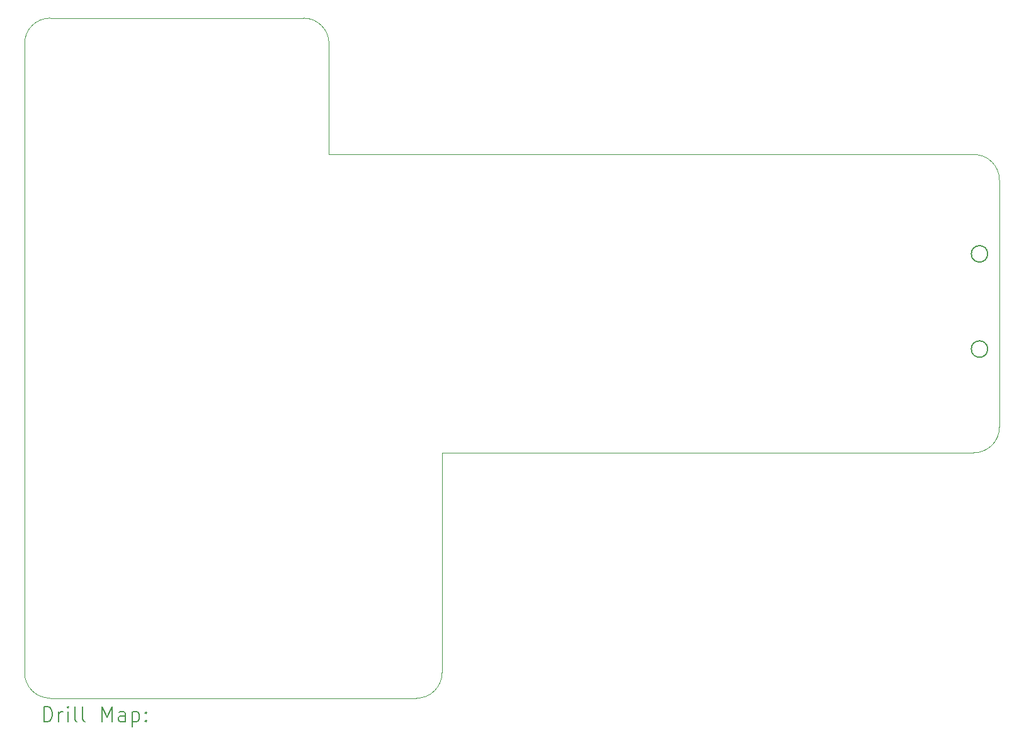
<source format=gbr>
%TF.GenerationSoftware,KiCad,Pcbnew,9.0.3*%
%TF.CreationDate,2025-12-08T23:35:01+00:00*%
%TF.ProjectId,V9958AdapterTC01,56393935-3841-4646-9170-746572544330,rev?*%
%TF.SameCoordinates,Original*%
%TF.FileFunction,Drillmap*%
%TF.FilePolarity,Positive*%
%FSLAX45Y45*%
G04 Gerber Fmt 4.5, Leading zero omitted, Abs format (unit mm)*
G04 Created by KiCad (PCBNEW 9.0.3) date 2025-12-08 23:35:01*
%MOMM*%
%LPD*%
G01*
G04 APERTURE LIST*
%ADD10C,0.050000*%
%ADD11C,0.200000*%
G04 APERTURE END LIST*
D10*
X15872000Y-8053000D02*
X15872000Y-4729000D01*
X3109000Y-11695027D02*
X8036000Y-11696000D01*
X6516000Y-2552538D02*
X3109502Y-2552021D01*
X8379000Y-11353000D02*
X8379000Y-8396000D01*
X2766538Y-2895000D02*
X2766000Y-11352000D01*
X6516000Y-2552538D02*
G75*
G02*
X6859002Y-2895538I0J-343002D01*
G01*
X6859000Y-4386000D02*
X6859000Y-2895538D01*
X8379000Y-8396000D02*
X15529000Y-8396000D01*
X8379000Y-11353000D02*
G75*
G02*
X8036000Y-11696000I-343000J0D01*
G01*
D11*
X15714000Y-7002000D02*
G75*
G02*
X15494000Y-7002000I-110000J0D01*
G01*
X15494000Y-7002000D02*
G75*
G02*
X15714000Y-7002000I110000J0D01*
G01*
D10*
X2766502Y-2895000D02*
G75*
G02*
X3109502Y-2552002I342998J0D01*
G01*
D11*
X15714000Y-5722000D02*
G75*
G02*
X15494000Y-5722000I-110000J0D01*
G01*
X15494000Y-5722000D02*
G75*
G02*
X15714000Y-5722000I110000J0D01*
G01*
D10*
X15872000Y-8053000D02*
G75*
G02*
X15529000Y-8396000I-343000J0D01*
G01*
X3109000Y-11695000D02*
G75*
G02*
X2766000Y-11352000I0J343000D01*
G01*
X15529000Y-4386000D02*
G75*
G02*
X15872000Y-4729000I0J-343000D01*
G01*
X15529000Y-4386000D02*
X6859000Y-4386000D01*
D11*
X3024277Y-12009984D02*
X3024277Y-11809984D01*
X3024277Y-11809984D02*
X3071896Y-11809984D01*
X3071896Y-11809984D02*
X3100467Y-11819508D01*
X3100467Y-11819508D02*
X3119515Y-11838555D01*
X3119515Y-11838555D02*
X3129039Y-11857603D01*
X3129039Y-11857603D02*
X3138562Y-11895698D01*
X3138562Y-11895698D02*
X3138562Y-11924269D01*
X3138562Y-11924269D02*
X3129039Y-11962365D01*
X3129039Y-11962365D02*
X3119515Y-11981412D01*
X3119515Y-11981412D02*
X3100467Y-12000460D01*
X3100467Y-12000460D02*
X3071896Y-12009984D01*
X3071896Y-12009984D02*
X3024277Y-12009984D01*
X3224277Y-12009984D02*
X3224277Y-11876650D01*
X3224277Y-11914746D02*
X3233801Y-11895698D01*
X3233801Y-11895698D02*
X3243324Y-11886174D01*
X3243324Y-11886174D02*
X3262372Y-11876650D01*
X3262372Y-11876650D02*
X3281420Y-11876650D01*
X3348086Y-12009984D02*
X3348086Y-11876650D01*
X3348086Y-11809984D02*
X3338562Y-11819508D01*
X3338562Y-11819508D02*
X3348086Y-11829031D01*
X3348086Y-11829031D02*
X3357610Y-11819508D01*
X3357610Y-11819508D02*
X3348086Y-11809984D01*
X3348086Y-11809984D02*
X3348086Y-11829031D01*
X3471896Y-12009984D02*
X3452848Y-12000460D01*
X3452848Y-12000460D02*
X3443324Y-11981412D01*
X3443324Y-11981412D02*
X3443324Y-11809984D01*
X3576658Y-12009984D02*
X3557610Y-12000460D01*
X3557610Y-12000460D02*
X3548086Y-11981412D01*
X3548086Y-11981412D02*
X3548086Y-11809984D01*
X3805229Y-12009984D02*
X3805229Y-11809984D01*
X3805229Y-11809984D02*
X3871896Y-11952841D01*
X3871896Y-11952841D02*
X3938562Y-11809984D01*
X3938562Y-11809984D02*
X3938562Y-12009984D01*
X4119515Y-12009984D02*
X4119515Y-11905222D01*
X4119515Y-11905222D02*
X4109991Y-11886174D01*
X4109991Y-11886174D02*
X4090943Y-11876650D01*
X4090943Y-11876650D02*
X4052848Y-11876650D01*
X4052848Y-11876650D02*
X4033801Y-11886174D01*
X4119515Y-12000460D02*
X4100467Y-12009984D01*
X4100467Y-12009984D02*
X4052848Y-12009984D01*
X4052848Y-12009984D02*
X4033801Y-12000460D01*
X4033801Y-12000460D02*
X4024277Y-11981412D01*
X4024277Y-11981412D02*
X4024277Y-11962365D01*
X4024277Y-11962365D02*
X4033801Y-11943317D01*
X4033801Y-11943317D02*
X4052848Y-11933793D01*
X4052848Y-11933793D02*
X4100467Y-11933793D01*
X4100467Y-11933793D02*
X4119515Y-11924269D01*
X4214753Y-11876650D02*
X4214753Y-12076650D01*
X4214753Y-11886174D02*
X4233801Y-11876650D01*
X4233801Y-11876650D02*
X4271896Y-11876650D01*
X4271896Y-11876650D02*
X4290944Y-11886174D01*
X4290944Y-11886174D02*
X4300467Y-11895698D01*
X4300467Y-11895698D02*
X4309991Y-11914746D01*
X4309991Y-11914746D02*
X4309991Y-11971888D01*
X4309991Y-11971888D02*
X4300467Y-11990936D01*
X4300467Y-11990936D02*
X4290944Y-12000460D01*
X4290944Y-12000460D02*
X4271896Y-12009984D01*
X4271896Y-12009984D02*
X4233801Y-12009984D01*
X4233801Y-12009984D02*
X4214753Y-12000460D01*
X4395705Y-11990936D02*
X4405229Y-12000460D01*
X4405229Y-12000460D02*
X4395705Y-12009984D01*
X4395705Y-12009984D02*
X4386182Y-12000460D01*
X4386182Y-12000460D02*
X4395705Y-11990936D01*
X4395705Y-11990936D02*
X4395705Y-12009984D01*
X4395705Y-11886174D02*
X4405229Y-11895698D01*
X4405229Y-11895698D02*
X4395705Y-11905222D01*
X4395705Y-11905222D02*
X4386182Y-11895698D01*
X4386182Y-11895698D02*
X4395705Y-11886174D01*
X4395705Y-11886174D02*
X4395705Y-11905222D01*
M02*

</source>
